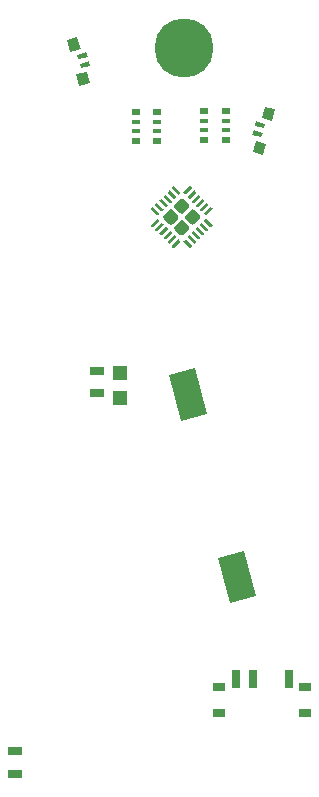
<source format=gbp>
G04 #@! TF.GenerationSoftware,KiCad,Pcbnew,5.1.4-e60b266~84~ubuntu19.04.1*
G04 #@! TF.CreationDate,2019-08-17T12:08:49-07:00*
G04 #@! TF.ProjectId,trevor2,74726576-6f72-4322-9e6b-696361645f70,rev?*
G04 #@! TF.SameCoordinates,Original*
G04 #@! TF.FileFunction,Paste,Bot*
G04 #@! TF.FilePolarity,Positive*
%FSLAX46Y46*%
G04 Gerber Fmt 4.6, Leading zero omitted, Abs format (unit mm)*
G04 Created by KiCad (PCBNEW 5.1.4-e60b266~84~ubuntu19.04.1) date 2019-08-17 12:08:49*
%MOMM*%
%LPD*%
G04 APERTURE LIST*
%ADD10R,0.800000X0.500000*%
%ADD11R,0.800000X0.400000*%
%ADD12R,1.300000X0.700000*%
%ADD13C,0.400000*%
%ADD14C,0.100000*%
%ADD15C,0.900000*%
%ADD16R,1.200000X1.200000*%
%ADD17C,2.300000*%
%ADD18C,5.000000*%
%ADD19R,1.000000X0.800000*%
%ADD20R,0.700000X1.500000*%
%ADD21C,0.250000*%
%ADD22C,1.050000*%
G04 APERTURE END LIST*
D10*
X144750000Y-85000000D03*
D11*
X144750000Y-84200000D03*
D10*
X144750000Y-82600000D03*
D11*
X144750000Y-83400000D03*
D10*
X146550000Y-85000000D03*
D11*
X146550000Y-83400000D03*
X146550000Y-84200000D03*
D10*
X146550000Y-82600000D03*
X152350000Y-82500000D03*
D11*
X152350000Y-83300000D03*
D10*
X152350000Y-84900000D03*
D11*
X152350000Y-84100000D03*
D10*
X150550000Y-82500000D03*
D11*
X150550000Y-84100000D03*
X150550000Y-83300000D03*
D10*
X150550000Y-84900000D03*
D12*
X141500000Y-106349999D03*
X141500000Y-104450001D03*
D13*
X140438194Y-78569902D03*
D14*
G36*
X140000060Y-78480244D02*
G01*
X140772801Y-78273189D01*
X140876328Y-78659560D01*
X140103587Y-78866615D01*
X140000060Y-78480244D01*
X140000060Y-78480244D01*
G37*
D13*
X140231139Y-77797161D03*
D14*
G36*
X139793005Y-77707503D02*
G01*
X140565746Y-77500448D01*
X140669273Y-77886819D01*
X139896532Y-78093874D01*
X139793005Y-77707503D01*
X139793005Y-77707503D01*
G37*
D15*
X140288229Y-79748889D03*
D14*
G36*
X139724153Y-79382395D02*
G01*
X140593486Y-79149458D01*
X140852305Y-80115383D01*
X139982972Y-80348320D01*
X139724153Y-79382395D01*
X139724153Y-79382395D01*
G37*
D15*
X139511771Y-76851111D03*
D14*
G36*
X138947695Y-76484617D02*
G01*
X139817028Y-76251680D01*
X140075847Y-77217605D01*
X139206514Y-77450542D01*
X138947695Y-76484617D01*
X138947695Y-76484617D01*
G37*
D13*
X155268861Y-83647161D03*
D14*
G36*
X155603468Y-83943874D02*
G01*
X154830727Y-83736819D01*
X154934254Y-83350448D01*
X155706995Y-83557503D01*
X155603468Y-83943874D01*
X155603468Y-83943874D01*
G37*
D13*
X155061806Y-84419902D03*
D14*
G36*
X155396413Y-84716615D02*
G01*
X154623672Y-84509560D01*
X154727199Y-84123189D01*
X155499940Y-84330244D01*
X155396413Y-84716615D01*
X155396413Y-84716615D01*
G37*
D15*
X155988229Y-82701111D03*
D14*
G36*
X156293486Y-83300542D02*
G01*
X155424153Y-83067605D01*
X155682972Y-82101680D01*
X156552305Y-82334617D01*
X156293486Y-83300542D01*
X156293486Y-83300542D01*
G37*
D15*
X155211771Y-85598889D03*
D14*
G36*
X155517028Y-86198320D02*
G01*
X154647695Y-85965383D01*
X154906514Y-84999458D01*
X155775847Y-85232395D01*
X155517028Y-86198320D01*
X155517028Y-86198320D01*
G37*
D16*
X143450000Y-104700000D03*
X143450000Y-106800000D03*
D17*
X153320552Y-121927407D03*
D14*
G36*
X151692099Y-120293197D02*
G01*
X153913729Y-119697913D01*
X154949005Y-123561617D01*
X152727375Y-124156901D01*
X151692099Y-120293197D01*
X151692099Y-120293197D01*
G37*
D17*
X149179448Y-106472593D03*
D14*
G36*
X147550995Y-104838383D02*
G01*
X149772625Y-104243099D01*
X150807901Y-108106803D01*
X148586271Y-108702087D01*
X147550995Y-104838383D01*
X147550995Y-104838383D01*
G37*
D18*
X148850000Y-77150000D03*
D19*
X159100000Y-131225000D03*
X151800000Y-131225000D03*
X151800000Y-133425000D03*
X159100000Y-133425000D03*
D20*
X153200000Y-130575000D03*
X154700000Y-130575000D03*
X157700000Y-130575000D03*
D12*
X134550000Y-136700001D03*
X134550000Y-138599999D03*
D14*
G36*
X151113322Y-90609983D02*
G01*
X151119389Y-90610883D01*
X151125339Y-90612373D01*
X151131114Y-90614440D01*
X151136658Y-90617062D01*
X151141919Y-90620215D01*
X151146846Y-90623869D01*
X151151390Y-90627988D01*
X151239779Y-90716377D01*
X151243898Y-90720921D01*
X151247552Y-90725848D01*
X151250705Y-90731109D01*
X151253327Y-90736653D01*
X151255394Y-90742428D01*
X151256884Y-90748378D01*
X151257784Y-90754445D01*
X151258085Y-90760571D01*
X151257784Y-90766697D01*
X151256884Y-90772764D01*
X151255394Y-90778714D01*
X151253327Y-90784489D01*
X151250705Y-90790033D01*
X151247552Y-90795294D01*
X151243898Y-90800221D01*
X151239779Y-90804765D01*
X150744804Y-91299740D01*
X150740260Y-91303859D01*
X150735333Y-91307513D01*
X150730072Y-91310666D01*
X150724528Y-91313288D01*
X150718753Y-91315355D01*
X150712803Y-91316845D01*
X150706736Y-91317745D01*
X150700610Y-91318046D01*
X150694484Y-91317745D01*
X150688417Y-91316845D01*
X150682467Y-91315355D01*
X150676692Y-91313288D01*
X150671148Y-91310666D01*
X150665887Y-91307513D01*
X150660960Y-91303859D01*
X150656416Y-91299740D01*
X150568027Y-91211351D01*
X150563908Y-91206807D01*
X150560254Y-91201880D01*
X150557101Y-91196619D01*
X150554479Y-91191075D01*
X150552412Y-91185300D01*
X150550922Y-91179350D01*
X150550022Y-91173283D01*
X150549721Y-91167157D01*
X150550022Y-91161031D01*
X150550922Y-91154964D01*
X150552412Y-91149014D01*
X150554479Y-91143239D01*
X150557101Y-91137695D01*
X150560254Y-91132434D01*
X150563908Y-91127507D01*
X150568027Y-91122963D01*
X151063002Y-90627988D01*
X151067546Y-90623869D01*
X151072473Y-90620215D01*
X151077734Y-90617062D01*
X151083278Y-90614440D01*
X151089053Y-90612373D01*
X151095003Y-90610883D01*
X151101070Y-90609983D01*
X151107196Y-90609682D01*
X151113322Y-90609983D01*
X151113322Y-90609983D01*
G37*
D21*
X150903903Y-90963864D03*
D14*
G36*
X150759768Y-90256430D02*
G01*
X150765835Y-90257330D01*
X150771785Y-90258820D01*
X150777560Y-90260887D01*
X150783104Y-90263509D01*
X150788365Y-90266662D01*
X150793292Y-90270316D01*
X150797836Y-90274435D01*
X150886225Y-90362824D01*
X150890344Y-90367368D01*
X150893998Y-90372295D01*
X150897151Y-90377556D01*
X150899773Y-90383100D01*
X150901840Y-90388875D01*
X150903330Y-90394825D01*
X150904230Y-90400892D01*
X150904531Y-90407018D01*
X150904230Y-90413144D01*
X150903330Y-90419211D01*
X150901840Y-90425161D01*
X150899773Y-90430936D01*
X150897151Y-90436480D01*
X150893998Y-90441741D01*
X150890344Y-90446668D01*
X150886225Y-90451212D01*
X150391250Y-90946187D01*
X150386706Y-90950306D01*
X150381779Y-90953960D01*
X150376518Y-90957113D01*
X150370974Y-90959735D01*
X150365199Y-90961802D01*
X150359249Y-90963292D01*
X150353182Y-90964192D01*
X150347056Y-90964493D01*
X150340930Y-90964192D01*
X150334863Y-90963292D01*
X150328913Y-90961802D01*
X150323138Y-90959735D01*
X150317594Y-90957113D01*
X150312333Y-90953960D01*
X150307406Y-90950306D01*
X150302862Y-90946187D01*
X150214473Y-90857798D01*
X150210354Y-90853254D01*
X150206700Y-90848327D01*
X150203547Y-90843066D01*
X150200925Y-90837522D01*
X150198858Y-90831747D01*
X150197368Y-90825797D01*
X150196468Y-90819730D01*
X150196167Y-90813604D01*
X150196468Y-90807478D01*
X150197368Y-90801411D01*
X150198858Y-90795461D01*
X150200925Y-90789686D01*
X150203547Y-90784142D01*
X150206700Y-90778881D01*
X150210354Y-90773954D01*
X150214473Y-90769410D01*
X150709448Y-90274435D01*
X150713992Y-90270316D01*
X150718919Y-90266662D01*
X150724180Y-90263509D01*
X150729724Y-90260887D01*
X150735499Y-90258820D01*
X150741449Y-90257330D01*
X150747516Y-90256430D01*
X150753642Y-90256129D01*
X150759768Y-90256430D01*
X150759768Y-90256430D01*
G37*
D21*
X150550349Y-90610311D03*
D14*
G36*
X150406215Y-89902876D02*
G01*
X150412282Y-89903776D01*
X150418232Y-89905266D01*
X150424007Y-89907333D01*
X150429551Y-89909955D01*
X150434812Y-89913108D01*
X150439739Y-89916762D01*
X150444283Y-89920881D01*
X150532672Y-90009270D01*
X150536791Y-90013814D01*
X150540445Y-90018741D01*
X150543598Y-90024002D01*
X150546220Y-90029546D01*
X150548287Y-90035321D01*
X150549777Y-90041271D01*
X150550677Y-90047338D01*
X150550978Y-90053464D01*
X150550677Y-90059590D01*
X150549777Y-90065657D01*
X150548287Y-90071607D01*
X150546220Y-90077382D01*
X150543598Y-90082926D01*
X150540445Y-90088187D01*
X150536791Y-90093114D01*
X150532672Y-90097658D01*
X150037697Y-90592633D01*
X150033153Y-90596752D01*
X150028226Y-90600406D01*
X150022965Y-90603559D01*
X150017421Y-90606181D01*
X150011646Y-90608248D01*
X150005696Y-90609738D01*
X149999629Y-90610638D01*
X149993503Y-90610939D01*
X149987377Y-90610638D01*
X149981310Y-90609738D01*
X149975360Y-90608248D01*
X149969585Y-90606181D01*
X149964041Y-90603559D01*
X149958780Y-90600406D01*
X149953853Y-90596752D01*
X149949309Y-90592633D01*
X149860920Y-90504244D01*
X149856801Y-90499700D01*
X149853147Y-90494773D01*
X149849994Y-90489512D01*
X149847372Y-90483968D01*
X149845305Y-90478193D01*
X149843815Y-90472243D01*
X149842915Y-90466176D01*
X149842614Y-90460050D01*
X149842915Y-90453924D01*
X149843815Y-90447857D01*
X149845305Y-90441907D01*
X149847372Y-90436132D01*
X149849994Y-90430588D01*
X149853147Y-90425327D01*
X149856801Y-90420400D01*
X149860920Y-90415856D01*
X150355895Y-89920881D01*
X150360439Y-89916762D01*
X150365366Y-89913108D01*
X150370627Y-89909955D01*
X150376171Y-89907333D01*
X150381946Y-89905266D01*
X150387896Y-89903776D01*
X150393963Y-89902876D01*
X150400089Y-89902575D01*
X150406215Y-89902876D01*
X150406215Y-89902876D01*
G37*
D21*
X150196796Y-90256757D03*
D14*
G36*
X150052662Y-89549323D02*
G01*
X150058729Y-89550223D01*
X150064679Y-89551713D01*
X150070454Y-89553780D01*
X150075998Y-89556402D01*
X150081259Y-89559555D01*
X150086186Y-89563209D01*
X150090730Y-89567328D01*
X150179119Y-89655717D01*
X150183238Y-89660261D01*
X150186892Y-89665188D01*
X150190045Y-89670449D01*
X150192667Y-89675993D01*
X150194734Y-89681768D01*
X150196224Y-89687718D01*
X150197124Y-89693785D01*
X150197425Y-89699911D01*
X150197124Y-89706037D01*
X150196224Y-89712104D01*
X150194734Y-89718054D01*
X150192667Y-89723829D01*
X150190045Y-89729373D01*
X150186892Y-89734634D01*
X150183238Y-89739561D01*
X150179119Y-89744105D01*
X149684144Y-90239080D01*
X149679600Y-90243199D01*
X149674673Y-90246853D01*
X149669412Y-90250006D01*
X149663868Y-90252628D01*
X149658093Y-90254695D01*
X149652143Y-90256185D01*
X149646076Y-90257085D01*
X149639950Y-90257386D01*
X149633824Y-90257085D01*
X149627757Y-90256185D01*
X149621807Y-90254695D01*
X149616032Y-90252628D01*
X149610488Y-90250006D01*
X149605227Y-90246853D01*
X149600300Y-90243199D01*
X149595756Y-90239080D01*
X149507367Y-90150691D01*
X149503248Y-90146147D01*
X149499594Y-90141220D01*
X149496441Y-90135959D01*
X149493819Y-90130415D01*
X149491752Y-90124640D01*
X149490262Y-90118690D01*
X149489362Y-90112623D01*
X149489061Y-90106497D01*
X149489362Y-90100371D01*
X149490262Y-90094304D01*
X149491752Y-90088354D01*
X149493819Y-90082579D01*
X149496441Y-90077035D01*
X149499594Y-90071774D01*
X149503248Y-90066847D01*
X149507367Y-90062303D01*
X150002342Y-89567328D01*
X150006886Y-89563209D01*
X150011813Y-89559555D01*
X150017074Y-89556402D01*
X150022618Y-89553780D01*
X150028393Y-89551713D01*
X150034343Y-89550223D01*
X150040410Y-89549323D01*
X150046536Y-89549022D01*
X150052662Y-89549323D01*
X150052662Y-89549323D01*
G37*
D21*
X149843243Y-89903204D03*
D14*
G36*
X149699108Y-89195770D02*
G01*
X149705175Y-89196670D01*
X149711125Y-89198160D01*
X149716900Y-89200227D01*
X149722444Y-89202849D01*
X149727705Y-89206002D01*
X149732632Y-89209656D01*
X149737176Y-89213775D01*
X149825565Y-89302164D01*
X149829684Y-89306708D01*
X149833338Y-89311635D01*
X149836491Y-89316896D01*
X149839113Y-89322440D01*
X149841180Y-89328215D01*
X149842670Y-89334165D01*
X149843570Y-89340232D01*
X149843871Y-89346358D01*
X149843570Y-89352484D01*
X149842670Y-89358551D01*
X149841180Y-89364501D01*
X149839113Y-89370276D01*
X149836491Y-89375820D01*
X149833338Y-89381081D01*
X149829684Y-89386008D01*
X149825565Y-89390552D01*
X149330590Y-89885527D01*
X149326046Y-89889646D01*
X149321119Y-89893300D01*
X149315858Y-89896453D01*
X149310314Y-89899075D01*
X149304539Y-89901142D01*
X149298589Y-89902632D01*
X149292522Y-89903532D01*
X149286396Y-89903833D01*
X149280270Y-89903532D01*
X149274203Y-89902632D01*
X149268253Y-89901142D01*
X149262478Y-89899075D01*
X149256934Y-89896453D01*
X149251673Y-89893300D01*
X149246746Y-89889646D01*
X149242202Y-89885527D01*
X149153813Y-89797138D01*
X149149694Y-89792594D01*
X149146040Y-89787667D01*
X149142887Y-89782406D01*
X149140265Y-89776862D01*
X149138198Y-89771087D01*
X149136708Y-89765137D01*
X149135808Y-89759070D01*
X149135507Y-89752944D01*
X149135808Y-89746818D01*
X149136708Y-89740751D01*
X149138198Y-89734801D01*
X149140265Y-89729026D01*
X149142887Y-89723482D01*
X149146040Y-89718221D01*
X149149694Y-89713294D01*
X149153813Y-89708750D01*
X149648788Y-89213775D01*
X149653332Y-89209656D01*
X149658259Y-89206002D01*
X149663520Y-89202849D01*
X149669064Y-89200227D01*
X149674839Y-89198160D01*
X149680789Y-89196670D01*
X149686856Y-89195770D01*
X149692982Y-89195469D01*
X149699108Y-89195770D01*
X149699108Y-89195770D01*
G37*
D21*
X149489689Y-89549651D03*
D14*
G36*
X149345555Y-88842216D02*
G01*
X149351622Y-88843116D01*
X149357572Y-88844606D01*
X149363347Y-88846673D01*
X149368891Y-88849295D01*
X149374152Y-88852448D01*
X149379079Y-88856102D01*
X149383623Y-88860221D01*
X149472012Y-88948610D01*
X149476131Y-88953154D01*
X149479785Y-88958081D01*
X149482938Y-88963342D01*
X149485560Y-88968886D01*
X149487627Y-88974661D01*
X149489117Y-88980611D01*
X149490017Y-88986678D01*
X149490318Y-88992804D01*
X149490017Y-88998930D01*
X149489117Y-89004997D01*
X149487627Y-89010947D01*
X149485560Y-89016722D01*
X149482938Y-89022266D01*
X149479785Y-89027527D01*
X149476131Y-89032454D01*
X149472012Y-89036998D01*
X148977037Y-89531973D01*
X148972493Y-89536092D01*
X148967566Y-89539746D01*
X148962305Y-89542899D01*
X148956761Y-89545521D01*
X148950986Y-89547588D01*
X148945036Y-89549078D01*
X148938969Y-89549978D01*
X148932843Y-89550279D01*
X148926717Y-89549978D01*
X148920650Y-89549078D01*
X148914700Y-89547588D01*
X148908925Y-89545521D01*
X148903381Y-89542899D01*
X148898120Y-89539746D01*
X148893193Y-89536092D01*
X148888649Y-89531973D01*
X148800260Y-89443584D01*
X148796141Y-89439040D01*
X148792487Y-89434113D01*
X148789334Y-89428852D01*
X148786712Y-89423308D01*
X148784645Y-89417533D01*
X148783155Y-89411583D01*
X148782255Y-89405516D01*
X148781954Y-89399390D01*
X148782255Y-89393264D01*
X148783155Y-89387197D01*
X148784645Y-89381247D01*
X148786712Y-89375472D01*
X148789334Y-89369928D01*
X148792487Y-89364667D01*
X148796141Y-89359740D01*
X148800260Y-89355196D01*
X149295235Y-88860221D01*
X149299779Y-88856102D01*
X149304706Y-88852448D01*
X149309967Y-88849295D01*
X149315511Y-88846673D01*
X149321286Y-88844606D01*
X149327236Y-88843116D01*
X149333303Y-88842216D01*
X149339429Y-88841915D01*
X149345555Y-88842216D01*
X149345555Y-88842216D01*
G37*
D21*
X149136136Y-89196097D03*
D14*
G36*
X147966697Y-88842216D02*
G01*
X147972764Y-88843116D01*
X147978714Y-88844606D01*
X147984489Y-88846673D01*
X147990033Y-88849295D01*
X147995294Y-88852448D01*
X148000221Y-88856102D01*
X148004765Y-88860221D01*
X148499740Y-89355196D01*
X148503859Y-89359740D01*
X148507513Y-89364667D01*
X148510666Y-89369928D01*
X148513288Y-89375472D01*
X148515355Y-89381247D01*
X148516845Y-89387197D01*
X148517745Y-89393264D01*
X148518046Y-89399390D01*
X148517745Y-89405516D01*
X148516845Y-89411583D01*
X148515355Y-89417533D01*
X148513288Y-89423308D01*
X148510666Y-89428852D01*
X148507513Y-89434113D01*
X148503859Y-89439040D01*
X148499740Y-89443584D01*
X148411351Y-89531973D01*
X148406807Y-89536092D01*
X148401880Y-89539746D01*
X148396619Y-89542899D01*
X148391075Y-89545521D01*
X148385300Y-89547588D01*
X148379350Y-89549078D01*
X148373283Y-89549978D01*
X148367157Y-89550279D01*
X148361031Y-89549978D01*
X148354964Y-89549078D01*
X148349014Y-89547588D01*
X148343239Y-89545521D01*
X148337695Y-89542899D01*
X148332434Y-89539746D01*
X148327507Y-89536092D01*
X148322963Y-89531973D01*
X147827988Y-89036998D01*
X147823869Y-89032454D01*
X147820215Y-89027527D01*
X147817062Y-89022266D01*
X147814440Y-89016722D01*
X147812373Y-89010947D01*
X147810883Y-89004997D01*
X147809983Y-88998930D01*
X147809682Y-88992804D01*
X147809983Y-88986678D01*
X147810883Y-88980611D01*
X147812373Y-88974661D01*
X147814440Y-88968886D01*
X147817062Y-88963342D01*
X147820215Y-88958081D01*
X147823869Y-88953154D01*
X147827988Y-88948610D01*
X147916377Y-88860221D01*
X147920921Y-88856102D01*
X147925848Y-88852448D01*
X147931109Y-88849295D01*
X147936653Y-88846673D01*
X147942428Y-88844606D01*
X147948378Y-88843116D01*
X147954445Y-88842216D01*
X147960571Y-88841915D01*
X147966697Y-88842216D01*
X147966697Y-88842216D01*
G37*
D21*
X148163864Y-89196097D03*
D14*
G36*
X147613144Y-89195770D02*
G01*
X147619211Y-89196670D01*
X147625161Y-89198160D01*
X147630936Y-89200227D01*
X147636480Y-89202849D01*
X147641741Y-89206002D01*
X147646668Y-89209656D01*
X147651212Y-89213775D01*
X148146187Y-89708750D01*
X148150306Y-89713294D01*
X148153960Y-89718221D01*
X148157113Y-89723482D01*
X148159735Y-89729026D01*
X148161802Y-89734801D01*
X148163292Y-89740751D01*
X148164192Y-89746818D01*
X148164493Y-89752944D01*
X148164192Y-89759070D01*
X148163292Y-89765137D01*
X148161802Y-89771087D01*
X148159735Y-89776862D01*
X148157113Y-89782406D01*
X148153960Y-89787667D01*
X148150306Y-89792594D01*
X148146187Y-89797138D01*
X148057798Y-89885527D01*
X148053254Y-89889646D01*
X148048327Y-89893300D01*
X148043066Y-89896453D01*
X148037522Y-89899075D01*
X148031747Y-89901142D01*
X148025797Y-89902632D01*
X148019730Y-89903532D01*
X148013604Y-89903833D01*
X148007478Y-89903532D01*
X148001411Y-89902632D01*
X147995461Y-89901142D01*
X147989686Y-89899075D01*
X147984142Y-89896453D01*
X147978881Y-89893300D01*
X147973954Y-89889646D01*
X147969410Y-89885527D01*
X147474435Y-89390552D01*
X147470316Y-89386008D01*
X147466662Y-89381081D01*
X147463509Y-89375820D01*
X147460887Y-89370276D01*
X147458820Y-89364501D01*
X147457330Y-89358551D01*
X147456430Y-89352484D01*
X147456129Y-89346358D01*
X147456430Y-89340232D01*
X147457330Y-89334165D01*
X147458820Y-89328215D01*
X147460887Y-89322440D01*
X147463509Y-89316896D01*
X147466662Y-89311635D01*
X147470316Y-89306708D01*
X147474435Y-89302164D01*
X147562824Y-89213775D01*
X147567368Y-89209656D01*
X147572295Y-89206002D01*
X147577556Y-89202849D01*
X147583100Y-89200227D01*
X147588875Y-89198160D01*
X147594825Y-89196670D01*
X147600892Y-89195770D01*
X147607018Y-89195469D01*
X147613144Y-89195770D01*
X147613144Y-89195770D01*
G37*
D21*
X147810311Y-89549651D03*
D14*
G36*
X147259590Y-89549323D02*
G01*
X147265657Y-89550223D01*
X147271607Y-89551713D01*
X147277382Y-89553780D01*
X147282926Y-89556402D01*
X147288187Y-89559555D01*
X147293114Y-89563209D01*
X147297658Y-89567328D01*
X147792633Y-90062303D01*
X147796752Y-90066847D01*
X147800406Y-90071774D01*
X147803559Y-90077035D01*
X147806181Y-90082579D01*
X147808248Y-90088354D01*
X147809738Y-90094304D01*
X147810638Y-90100371D01*
X147810939Y-90106497D01*
X147810638Y-90112623D01*
X147809738Y-90118690D01*
X147808248Y-90124640D01*
X147806181Y-90130415D01*
X147803559Y-90135959D01*
X147800406Y-90141220D01*
X147796752Y-90146147D01*
X147792633Y-90150691D01*
X147704244Y-90239080D01*
X147699700Y-90243199D01*
X147694773Y-90246853D01*
X147689512Y-90250006D01*
X147683968Y-90252628D01*
X147678193Y-90254695D01*
X147672243Y-90256185D01*
X147666176Y-90257085D01*
X147660050Y-90257386D01*
X147653924Y-90257085D01*
X147647857Y-90256185D01*
X147641907Y-90254695D01*
X147636132Y-90252628D01*
X147630588Y-90250006D01*
X147625327Y-90246853D01*
X147620400Y-90243199D01*
X147615856Y-90239080D01*
X147120881Y-89744105D01*
X147116762Y-89739561D01*
X147113108Y-89734634D01*
X147109955Y-89729373D01*
X147107333Y-89723829D01*
X147105266Y-89718054D01*
X147103776Y-89712104D01*
X147102876Y-89706037D01*
X147102575Y-89699911D01*
X147102876Y-89693785D01*
X147103776Y-89687718D01*
X147105266Y-89681768D01*
X147107333Y-89675993D01*
X147109955Y-89670449D01*
X147113108Y-89665188D01*
X147116762Y-89660261D01*
X147120881Y-89655717D01*
X147209270Y-89567328D01*
X147213814Y-89563209D01*
X147218741Y-89559555D01*
X147224002Y-89556402D01*
X147229546Y-89553780D01*
X147235321Y-89551713D01*
X147241271Y-89550223D01*
X147247338Y-89549323D01*
X147253464Y-89549022D01*
X147259590Y-89549323D01*
X147259590Y-89549323D01*
G37*
D21*
X147456757Y-89903204D03*
D14*
G36*
X146906037Y-89902876D02*
G01*
X146912104Y-89903776D01*
X146918054Y-89905266D01*
X146923829Y-89907333D01*
X146929373Y-89909955D01*
X146934634Y-89913108D01*
X146939561Y-89916762D01*
X146944105Y-89920881D01*
X147439080Y-90415856D01*
X147443199Y-90420400D01*
X147446853Y-90425327D01*
X147450006Y-90430588D01*
X147452628Y-90436132D01*
X147454695Y-90441907D01*
X147456185Y-90447857D01*
X147457085Y-90453924D01*
X147457386Y-90460050D01*
X147457085Y-90466176D01*
X147456185Y-90472243D01*
X147454695Y-90478193D01*
X147452628Y-90483968D01*
X147450006Y-90489512D01*
X147446853Y-90494773D01*
X147443199Y-90499700D01*
X147439080Y-90504244D01*
X147350691Y-90592633D01*
X147346147Y-90596752D01*
X147341220Y-90600406D01*
X147335959Y-90603559D01*
X147330415Y-90606181D01*
X147324640Y-90608248D01*
X147318690Y-90609738D01*
X147312623Y-90610638D01*
X147306497Y-90610939D01*
X147300371Y-90610638D01*
X147294304Y-90609738D01*
X147288354Y-90608248D01*
X147282579Y-90606181D01*
X147277035Y-90603559D01*
X147271774Y-90600406D01*
X147266847Y-90596752D01*
X147262303Y-90592633D01*
X146767328Y-90097658D01*
X146763209Y-90093114D01*
X146759555Y-90088187D01*
X146756402Y-90082926D01*
X146753780Y-90077382D01*
X146751713Y-90071607D01*
X146750223Y-90065657D01*
X146749323Y-90059590D01*
X146749022Y-90053464D01*
X146749323Y-90047338D01*
X146750223Y-90041271D01*
X146751713Y-90035321D01*
X146753780Y-90029546D01*
X146756402Y-90024002D01*
X146759555Y-90018741D01*
X146763209Y-90013814D01*
X146767328Y-90009270D01*
X146855717Y-89920881D01*
X146860261Y-89916762D01*
X146865188Y-89913108D01*
X146870449Y-89909955D01*
X146875993Y-89907333D01*
X146881768Y-89905266D01*
X146887718Y-89903776D01*
X146893785Y-89902876D01*
X146899911Y-89902575D01*
X146906037Y-89902876D01*
X146906037Y-89902876D01*
G37*
D21*
X147103204Y-90256757D03*
D14*
G36*
X146552484Y-90256430D02*
G01*
X146558551Y-90257330D01*
X146564501Y-90258820D01*
X146570276Y-90260887D01*
X146575820Y-90263509D01*
X146581081Y-90266662D01*
X146586008Y-90270316D01*
X146590552Y-90274435D01*
X147085527Y-90769410D01*
X147089646Y-90773954D01*
X147093300Y-90778881D01*
X147096453Y-90784142D01*
X147099075Y-90789686D01*
X147101142Y-90795461D01*
X147102632Y-90801411D01*
X147103532Y-90807478D01*
X147103833Y-90813604D01*
X147103532Y-90819730D01*
X147102632Y-90825797D01*
X147101142Y-90831747D01*
X147099075Y-90837522D01*
X147096453Y-90843066D01*
X147093300Y-90848327D01*
X147089646Y-90853254D01*
X147085527Y-90857798D01*
X146997138Y-90946187D01*
X146992594Y-90950306D01*
X146987667Y-90953960D01*
X146982406Y-90957113D01*
X146976862Y-90959735D01*
X146971087Y-90961802D01*
X146965137Y-90963292D01*
X146959070Y-90964192D01*
X146952944Y-90964493D01*
X146946818Y-90964192D01*
X146940751Y-90963292D01*
X146934801Y-90961802D01*
X146929026Y-90959735D01*
X146923482Y-90957113D01*
X146918221Y-90953960D01*
X146913294Y-90950306D01*
X146908750Y-90946187D01*
X146413775Y-90451212D01*
X146409656Y-90446668D01*
X146406002Y-90441741D01*
X146402849Y-90436480D01*
X146400227Y-90430936D01*
X146398160Y-90425161D01*
X146396670Y-90419211D01*
X146395770Y-90413144D01*
X146395469Y-90407018D01*
X146395770Y-90400892D01*
X146396670Y-90394825D01*
X146398160Y-90388875D01*
X146400227Y-90383100D01*
X146402849Y-90377556D01*
X146406002Y-90372295D01*
X146409656Y-90367368D01*
X146413775Y-90362824D01*
X146502164Y-90274435D01*
X146506708Y-90270316D01*
X146511635Y-90266662D01*
X146516896Y-90263509D01*
X146522440Y-90260887D01*
X146528215Y-90258820D01*
X146534165Y-90257330D01*
X146540232Y-90256430D01*
X146546358Y-90256129D01*
X146552484Y-90256430D01*
X146552484Y-90256430D01*
G37*
D21*
X146749651Y-90610311D03*
D14*
G36*
X146198930Y-90609983D02*
G01*
X146204997Y-90610883D01*
X146210947Y-90612373D01*
X146216722Y-90614440D01*
X146222266Y-90617062D01*
X146227527Y-90620215D01*
X146232454Y-90623869D01*
X146236998Y-90627988D01*
X146731973Y-91122963D01*
X146736092Y-91127507D01*
X146739746Y-91132434D01*
X146742899Y-91137695D01*
X146745521Y-91143239D01*
X146747588Y-91149014D01*
X146749078Y-91154964D01*
X146749978Y-91161031D01*
X146750279Y-91167157D01*
X146749978Y-91173283D01*
X146749078Y-91179350D01*
X146747588Y-91185300D01*
X146745521Y-91191075D01*
X146742899Y-91196619D01*
X146739746Y-91201880D01*
X146736092Y-91206807D01*
X146731973Y-91211351D01*
X146643584Y-91299740D01*
X146639040Y-91303859D01*
X146634113Y-91307513D01*
X146628852Y-91310666D01*
X146623308Y-91313288D01*
X146617533Y-91315355D01*
X146611583Y-91316845D01*
X146605516Y-91317745D01*
X146599390Y-91318046D01*
X146593264Y-91317745D01*
X146587197Y-91316845D01*
X146581247Y-91315355D01*
X146575472Y-91313288D01*
X146569928Y-91310666D01*
X146564667Y-91307513D01*
X146559740Y-91303859D01*
X146555196Y-91299740D01*
X146060221Y-90804765D01*
X146056102Y-90800221D01*
X146052448Y-90795294D01*
X146049295Y-90790033D01*
X146046673Y-90784489D01*
X146044606Y-90778714D01*
X146043116Y-90772764D01*
X146042216Y-90766697D01*
X146041915Y-90760571D01*
X146042216Y-90754445D01*
X146043116Y-90748378D01*
X146044606Y-90742428D01*
X146046673Y-90736653D01*
X146049295Y-90731109D01*
X146052448Y-90725848D01*
X146056102Y-90720921D01*
X146060221Y-90716377D01*
X146148610Y-90627988D01*
X146153154Y-90623869D01*
X146158081Y-90620215D01*
X146163342Y-90617062D01*
X146168886Y-90614440D01*
X146174661Y-90612373D01*
X146180611Y-90610883D01*
X146186678Y-90609983D01*
X146192804Y-90609682D01*
X146198930Y-90609983D01*
X146198930Y-90609983D01*
G37*
D21*
X146396097Y-90963864D03*
D14*
G36*
X146605516Y-91582255D02*
G01*
X146611583Y-91583155D01*
X146617533Y-91584645D01*
X146623308Y-91586712D01*
X146628852Y-91589334D01*
X146634113Y-91592487D01*
X146639040Y-91596141D01*
X146643584Y-91600260D01*
X146731973Y-91688649D01*
X146736092Y-91693193D01*
X146739746Y-91698120D01*
X146742899Y-91703381D01*
X146745521Y-91708925D01*
X146747588Y-91714700D01*
X146749078Y-91720650D01*
X146749978Y-91726717D01*
X146750279Y-91732843D01*
X146749978Y-91738969D01*
X146749078Y-91745036D01*
X146747588Y-91750986D01*
X146745521Y-91756761D01*
X146742899Y-91762305D01*
X146739746Y-91767566D01*
X146736092Y-91772493D01*
X146731973Y-91777037D01*
X146236998Y-92272012D01*
X146232454Y-92276131D01*
X146227527Y-92279785D01*
X146222266Y-92282938D01*
X146216722Y-92285560D01*
X146210947Y-92287627D01*
X146204997Y-92289117D01*
X146198930Y-92290017D01*
X146192804Y-92290318D01*
X146186678Y-92290017D01*
X146180611Y-92289117D01*
X146174661Y-92287627D01*
X146168886Y-92285560D01*
X146163342Y-92282938D01*
X146158081Y-92279785D01*
X146153154Y-92276131D01*
X146148610Y-92272012D01*
X146060221Y-92183623D01*
X146056102Y-92179079D01*
X146052448Y-92174152D01*
X146049295Y-92168891D01*
X146046673Y-92163347D01*
X146044606Y-92157572D01*
X146043116Y-92151622D01*
X146042216Y-92145555D01*
X146041915Y-92139429D01*
X146042216Y-92133303D01*
X146043116Y-92127236D01*
X146044606Y-92121286D01*
X146046673Y-92115511D01*
X146049295Y-92109967D01*
X146052448Y-92104706D01*
X146056102Y-92099779D01*
X146060221Y-92095235D01*
X146555196Y-91600260D01*
X146559740Y-91596141D01*
X146564667Y-91592487D01*
X146569928Y-91589334D01*
X146575472Y-91586712D01*
X146581247Y-91584645D01*
X146587197Y-91583155D01*
X146593264Y-91582255D01*
X146599390Y-91581954D01*
X146605516Y-91582255D01*
X146605516Y-91582255D01*
G37*
D21*
X146396097Y-91936136D03*
D14*
G36*
X146959070Y-91935808D02*
G01*
X146965137Y-91936708D01*
X146971087Y-91938198D01*
X146976862Y-91940265D01*
X146982406Y-91942887D01*
X146987667Y-91946040D01*
X146992594Y-91949694D01*
X146997138Y-91953813D01*
X147085527Y-92042202D01*
X147089646Y-92046746D01*
X147093300Y-92051673D01*
X147096453Y-92056934D01*
X147099075Y-92062478D01*
X147101142Y-92068253D01*
X147102632Y-92074203D01*
X147103532Y-92080270D01*
X147103833Y-92086396D01*
X147103532Y-92092522D01*
X147102632Y-92098589D01*
X147101142Y-92104539D01*
X147099075Y-92110314D01*
X147096453Y-92115858D01*
X147093300Y-92121119D01*
X147089646Y-92126046D01*
X147085527Y-92130590D01*
X146590552Y-92625565D01*
X146586008Y-92629684D01*
X146581081Y-92633338D01*
X146575820Y-92636491D01*
X146570276Y-92639113D01*
X146564501Y-92641180D01*
X146558551Y-92642670D01*
X146552484Y-92643570D01*
X146546358Y-92643871D01*
X146540232Y-92643570D01*
X146534165Y-92642670D01*
X146528215Y-92641180D01*
X146522440Y-92639113D01*
X146516896Y-92636491D01*
X146511635Y-92633338D01*
X146506708Y-92629684D01*
X146502164Y-92625565D01*
X146413775Y-92537176D01*
X146409656Y-92532632D01*
X146406002Y-92527705D01*
X146402849Y-92522444D01*
X146400227Y-92516900D01*
X146398160Y-92511125D01*
X146396670Y-92505175D01*
X146395770Y-92499108D01*
X146395469Y-92492982D01*
X146395770Y-92486856D01*
X146396670Y-92480789D01*
X146398160Y-92474839D01*
X146400227Y-92469064D01*
X146402849Y-92463520D01*
X146406002Y-92458259D01*
X146409656Y-92453332D01*
X146413775Y-92448788D01*
X146908750Y-91953813D01*
X146913294Y-91949694D01*
X146918221Y-91946040D01*
X146923482Y-91942887D01*
X146929026Y-91940265D01*
X146934801Y-91938198D01*
X146940751Y-91936708D01*
X146946818Y-91935808D01*
X146952944Y-91935507D01*
X146959070Y-91935808D01*
X146959070Y-91935808D01*
G37*
D21*
X146749651Y-92289689D03*
D14*
G36*
X147312623Y-92289362D02*
G01*
X147318690Y-92290262D01*
X147324640Y-92291752D01*
X147330415Y-92293819D01*
X147335959Y-92296441D01*
X147341220Y-92299594D01*
X147346147Y-92303248D01*
X147350691Y-92307367D01*
X147439080Y-92395756D01*
X147443199Y-92400300D01*
X147446853Y-92405227D01*
X147450006Y-92410488D01*
X147452628Y-92416032D01*
X147454695Y-92421807D01*
X147456185Y-92427757D01*
X147457085Y-92433824D01*
X147457386Y-92439950D01*
X147457085Y-92446076D01*
X147456185Y-92452143D01*
X147454695Y-92458093D01*
X147452628Y-92463868D01*
X147450006Y-92469412D01*
X147446853Y-92474673D01*
X147443199Y-92479600D01*
X147439080Y-92484144D01*
X146944105Y-92979119D01*
X146939561Y-92983238D01*
X146934634Y-92986892D01*
X146929373Y-92990045D01*
X146923829Y-92992667D01*
X146918054Y-92994734D01*
X146912104Y-92996224D01*
X146906037Y-92997124D01*
X146899911Y-92997425D01*
X146893785Y-92997124D01*
X146887718Y-92996224D01*
X146881768Y-92994734D01*
X146875993Y-92992667D01*
X146870449Y-92990045D01*
X146865188Y-92986892D01*
X146860261Y-92983238D01*
X146855717Y-92979119D01*
X146767328Y-92890730D01*
X146763209Y-92886186D01*
X146759555Y-92881259D01*
X146756402Y-92875998D01*
X146753780Y-92870454D01*
X146751713Y-92864679D01*
X146750223Y-92858729D01*
X146749323Y-92852662D01*
X146749022Y-92846536D01*
X146749323Y-92840410D01*
X146750223Y-92834343D01*
X146751713Y-92828393D01*
X146753780Y-92822618D01*
X146756402Y-92817074D01*
X146759555Y-92811813D01*
X146763209Y-92806886D01*
X146767328Y-92802342D01*
X147262303Y-92307367D01*
X147266847Y-92303248D01*
X147271774Y-92299594D01*
X147277035Y-92296441D01*
X147282579Y-92293819D01*
X147288354Y-92291752D01*
X147294304Y-92290262D01*
X147300371Y-92289362D01*
X147306497Y-92289061D01*
X147312623Y-92289362D01*
X147312623Y-92289362D01*
G37*
D21*
X147103204Y-92643243D03*
D14*
G36*
X147666176Y-92642915D02*
G01*
X147672243Y-92643815D01*
X147678193Y-92645305D01*
X147683968Y-92647372D01*
X147689512Y-92649994D01*
X147694773Y-92653147D01*
X147699700Y-92656801D01*
X147704244Y-92660920D01*
X147792633Y-92749309D01*
X147796752Y-92753853D01*
X147800406Y-92758780D01*
X147803559Y-92764041D01*
X147806181Y-92769585D01*
X147808248Y-92775360D01*
X147809738Y-92781310D01*
X147810638Y-92787377D01*
X147810939Y-92793503D01*
X147810638Y-92799629D01*
X147809738Y-92805696D01*
X147808248Y-92811646D01*
X147806181Y-92817421D01*
X147803559Y-92822965D01*
X147800406Y-92828226D01*
X147796752Y-92833153D01*
X147792633Y-92837697D01*
X147297658Y-93332672D01*
X147293114Y-93336791D01*
X147288187Y-93340445D01*
X147282926Y-93343598D01*
X147277382Y-93346220D01*
X147271607Y-93348287D01*
X147265657Y-93349777D01*
X147259590Y-93350677D01*
X147253464Y-93350978D01*
X147247338Y-93350677D01*
X147241271Y-93349777D01*
X147235321Y-93348287D01*
X147229546Y-93346220D01*
X147224002Y-93343598D01*
X147218741Y-93340445D01*
X147213814Y-93336791D01*
X147209270Y-93332672D01*
X147120881Y-93244283D01*
X147116762Y-93239739D01*
X147113108Y-93234812D01*
X147109955Y-93229551D01*
X147107333Y-93224007D01*
X147105266Y-93218232D01*
X147103776Y-93212282D01*
X147102876Y-93206215D01*
X147102575Y-93200089D01*
X147102876Y-93193963D01*
X147103776Y-93187896D01*
X147105266Y-93181946D01*
X147107333Y-93176171D01*
X147109955Y-93170627D01*
X147113108Y-93165366D01*
X147116762Y-93160439D01*
X147120881Y-93155895D01*
X147615856Y-92660920D01*
X147620400Y-92656801D01*
X147625327Y-92653147D01*
X147630588Y-92649994D01*
X147636132Y-92647372D01*
X147641907Y-92645305D01*
X147647857Y-92643815D01*
X147653924Y-92642915D01*
X147660050Y-92642614D01*
X147666176Y-92642915D01*
X147666176Y-92642915D01*
G37*
D21*
X147456757Y-92996796D03*
D14*
G36*
X148019730Y-92996468D02*
G01*
X148025797Y-92997368D01*
X148031747Y-92998858D01*
X148037522Y-93000925D01*
X148043066Y-93003547D01*
X148048327Y-93006700D01*
X148053254Y-93010354D01*
X148057798Y-93014473D01*
X148146187Y-93102862D01*
X148150306Y-93107406D01*
X148153960Y-93112333D01*
X148157113Y-93117594D01*
X148159735Y-93123138D01*
X148161802Y-93128913D01*
X148163292Y-93134863D01*
X148164192Y-93140930D01*
X148164493Y-93147056D01*
X148164192Y-93153182D01*
X148163292Y-93159249D01*
X148161802Y-93165199D01*
X148159735Y-93170974D01*
X148157113Y-93176518D01*
X148153960Y-93181779D01*
X148150306Y-93186706D01*
X148146187Y-93191250D01*
X147651212Y-93686225D01*
X147646668Y-93690344D01*
X147641741Y-93693998D01*
X147636480Y-93697151D01*
X147630936Y-93699773D01*
X147625161Y-93701840D01*
X147619211Y-93703330D01*
X147613144Y-93704230D01*
X147607018Y-93704531D01*
X147600892Y-93704230D01*
X147594825Y-93703330D01*
X147588875Y-93701840D01*
X147583100Y-93699773D01*
X147577556Y-93697151D01*
X147572295Y-93693998D01*
X147567368Y-93690344D01*
X147562824Y-93686225D01*
X147474435Y-93597836D01*
X147470316Y-93593292D01*
X147466662Y-93588365D01*
X147463509Y-93583104D01*
X147460887Y-93577560D01*
X147458820Y-93571785D01*
X147457330Y-93565835D01*
X147456430Y-93559768D01*
X147456129Y-93553642D01*
X147456430Y-93547516D01*
X147457330Y-93541449D01*
X147458820Y-93535499D01*
X147460887Y-93529724D01*
X147463509Y-93524180D01*
X147466662Y-93518919D01*
X147470316Y-93513992D01*
X147474435Y-93509448D01*
X147969410Y-93014473D01*
X147973954Y-93010354D01*
X147978881Y-93006700D01*
X147984142Y-93003547D01*
X147989686Y-93000925D01*
X147995461Y-92998858D01*
X148001411Y-92997368D01*
X148007478Y-92996468D01*
X148013604Y-92996167D01*
X148019730Y-92996468D01*
X148019730Y-92996468D01*
G37*
D21*
X147810311Y-93350349D03*
D14*
G36*
X148373283Y-93350022D02*
G01*
X148379350Y-93350922D01*
X148385300Y-93352412D01*
X148391075Y-93354479D01*
X148396619Y-93357101D01*
X148401880Y-93360254D01*
X148406807Y-93363908D01*
X148411351Y-93368027D01*
X148499740Y-93456416D01*
X148503859Y-93460960D01*
X148507513Y-93465887D01*
X148510666Y-93471148D01*
X148513288Y-93476692D01*
X148515355Y-93482467D01*
X148516845Y-93488417D01*
X148517745Y-93494484D01*
X148518046Y-93500610D01*
X148517745Y-93506736D01*
X148516845Y-93512803D01*
X148515355Y-93518753D01*
X148513288Y-93524528D01*
X148510666Y-93530072D01*
X148507513Y-93535333D01*
X148503859Y-93540260D01*
X148499740Y-93544804D01*
X148004765Y-94039779D01*
X148000221Y-94043898D01*
X147995294Y-94047552D01*
X147990033Y-94050705D01*
X147984489Y-94053327D01*
X147978714Y-94055394D01*
X147972764Y-94056884D01*
X147966697Y-94057784D01*
X147960571Y-94058085D01*
X147954445Y-94057784D01*
X147948378Y-94056884D01*
X147942428Y-94055394D01*
X147936653Y-94053327D01*
X147931109Y-94050705D01*
X147925848Y-94047552D01*
X147920921Y-94043898D01*
X147916377Y-94039779D01*
X147827988Y-93951390D01*
X147823869Y-93946846D01*
X147820215Y-93941919D01*
X147817062Y-93936658D01*
X147814440Y-93931114D01*
X147812373Y-93925339D01*
X147810883Y-93919389D01*
X147809983Y-93913322D01*
X147809682Y-93907196D01*
X147809983Y-93901070D01*
X147810883Y-93895003D01*
X147812373Y-93889053D01*
X147814440Y-93883278D01*
X147817062Y-93877734D01*
X147820215Y-93872473D01*
X147823869Y-93867546D01*
X147827988Y-93863002D01*
X148322963Y-93368027D01*
X148327507Y-93363908D01*
X148332434Y-93360254D01*
X148337695Y-93357101D01*
X148343239Y-93354479D01*
X148349014Y-93352412D01*
X148354964Y-93350922D01*
X148361031Y-93350022D01*
X148367157Y-93349721D01*
X148373283Y-93350022D01*
X148373283Y-93350022D01*
G37*
D21*
X148163864Y-93703903D03*
D14*
G36*
X148938969Y-93350022D02*
G01*
X148945036Y-93350922D01*
X148950986Y-93352412D01*
X148956761Y-93354479D01*
X148962305Y-93357101D01*
X148967566Y-93360254D01*
X148972493Y-93363908D01*
X148977037Y-93368027D01*
X149472012Y-93863002D01*
X149476131Y-93867546D01*
X149479785Y-93872473D01*
X149482938Y-93877734D01*
X149485560Y-93883278D01*
X149487627Y-93889053D01*
X149489117Y-93895003D01*
X149490017Y-93901070D01*
X149490318Y-93907196D01*
X149490017Y-93913322D01*
X149489117Y-93919389D01*
X149487627Y-93925339D01*
X149485560Y-93931114D01*
X149482938Y-93936658D01*
X149479785Y-93941919D01*
X149476131Y-93946846D01*
X149472012Y-93951390D01*
X149383623Y-94039779D01*
X149379079Y-94043898D01*
X149374152Y-94047552D01*
X149368891Y-94050705D01*
X149363347Y-94053327D01*
X149357572Y-94055394D01*
X149351622Y-94056884D01*
X149345555Y-94057784D01*
X149339429Y-94058085D01*
X149333303Y-94057784D01*
X149327236Y-94056884D01*
X149321286Y-94055394D01*
X149315511Y-94053327D01*
X149309967Y-94050705D01*
X149304706Y-94047552D01*
X149299779Y-94043898D01*
X149295235Y-94039779D01*
X148800260Y-93544804D01*
X148796141Y-93540260D01*
X148792487Y-93535333D01*
X148789334Y-93530072D01*
X148786712Y-93524528D01*
X148784645Y-93518753D01*
X148783155Y-93512803D01*
X148782255Y-93506736D01*
X148781954Y-93500610D01*
X148782255Y-93494484D01*
X148783155Y-93488417D01*
X148784645Y-93482467D01*
X148786712Y-93476692D01*
X148789334Y-93471148D01*
X148792487Y-93465887D01*
X148796141Y-93460960D01*
X148800260Y-93456416D01*
X148888649Y-93368027D01*
X148893193Y-93363908D01*
X148898120Y-93360254D01*
X148903381Y-93357101D01*
X148908925Y-93354479D01*
X148914700Y-93352412D01*
X148920650Y-93350922D01*
X148926717Y-93350022D01*
X148932843Y-93349721D01*
X148938969Y-93350022D01*
X148938969Y-93350022D01*
G37*
D21*
X149136136Y-93703903D03*
D14*
G36*
X149292522Y-92996468D02*
G01*
X149298589Y-92997368D01*
X149304539Y-92998858D01*
X149310314Y-93000925D01*
X149315858Y-93003547D01*
X149321119Y-93006700D01*
X149326046Y-93010354D01*
X149330590Y-93014473D01*
X149825565Y-93509448D01*
X149829684Y-93513992D01*
X149833338Y-93518919D01*
X149836491Y-93524180D01*
X149839113Y-93529724D01*
X149841180Y-93535499D01*
X149842670Y-93541449D01*
X149843570Y-93547516D01*
X149843871Y-93553642D01*
X149843570Y-93559768D01*
X149842670Y-93565835D01*
X149841180Y-93571785D01*
X149839113Y-93577560D01*
X149836491Y-93583104D01*
X149833338Y-93588365D01*
X149829684Y-93593292D01*
X149825565Y-93597836D01*
X149737176Y-93686225D01*
X149732632Y-93690344D01*
X149727705Y-93693998D01*
X149722444Y-93697151D01*
X149716900Y-93699773D01*
X149711125Y-93701840D01*
X149705175Y-93703330D01*
X149699108Y-93704230D01*
X149692982Y-93704531D01*
X149686856Y-93704230D01*
X149680789Y-93703330D01*
X149674839Y-93701840D01*
X149669064Y-93699773D01*
X149663520Y-93697151D01*
X149658259Y-93693998D01*
X149653332Y-93690344D01*
X149648788Y-93686225D01*
X149153813Y-93191250D01*
X149149694Y-93186706D01*
X149146040Y-93181779D01*
X149142887Y-93176518D01*
X149140265Y-93170974D01*
X149138198Y-93165199D01*
X149136708Y-93159249D01*
X149135808Y-93153182D01*
X149135507Y-93147056D01*
X149135808Y-93140930D01*
X149136708Y-93134863D01*
X149138198Y-93128913D01*
X149140265Y-93123138D01*
X149142887Y-93117594D01*
X149146040Y-93112333D01*
X149149694Y-93107406D01*
X149153813Y-93102862D01*
X149242202Y-93014473D01*
X149246746Y-93010354D01*
X149251673Y-93006700D01*
X149256934Y-93003547D01*
X149262478Y-93000925D01*
X149268253Y-92998858D01*
X149274203Y-92997368D01*
X149280270Y-92996468D01*
X149286396Y-92996167D01*
X149292522Y-92996468D01*
X149292522Y-92996468D01*
G37*
D21*
X149489689Y-93350349D03*
D14*
G36*
X149646076Y-92642915D02*
G01*
X149652143Y-92643815D01*
X149658093Y-92645305D01*
X149663868Y-92647372D01*
X149669412Y-92649994D01*
X149674673Y-92653147D01*
X149679600Y-92656801D01*
X149684144Y-92660920D01*
X150179119Y-93155895D01*
X150183238Y-93160439D01*
X150186892Y-93165366D01*
X150190045Y-93170627D01*
X150192667Y-93176171D01*
X150194734Y-93181946D01*
X150196224Y-93187896D01*
X150197124Y-93193963D01*
X150197425Y-93200089D01*
X150197124Y-93206215D01*
X150196224Y-93212282D01*
X150194734Y-93218232D01*
X150192667Y-93224007D01*
X150190045Y-93229551D01*
X150186892Y-93234812D01*
X150183238Y-93239739D01*
X150179119Y-93244283D01*
X150090730Y-93332672D01*
X150086186Y-93336791D01*
X150081259Y-93340445D01*
X150075998Y-93343598D01*
X150070454Y-93346220D01*
X150064679Y-93348287D01*
X150058729Y-93349777D01*
X150052662Y-93350677D01*
X150046536Y-93350978D01*
X150040410Y-93350677D01*
X150034343Y-93349777D01*
X150028393Y-93348287D01*
X150022618Y-93346220D01*
X150017074Y-93343598D01*
X150011813Y-93340445D01*
X150006886Y-93336791D01*
X150002342Y-93332672D01*
X149507367Y-92837697D01*
X149503248Y-92833153D01*
X149499594Y-92828226D01*
X149496441Y-92822965D01*
X149493819Y-92817421D01*
X149491752Y-92811646D01*
X149490262Y-92805696D01*
X149489362Y-92799629D01*
X149489061Y-92793503D01*
X149489362Y-92787377D01*
X149490262Y-92781310D01*
X149491752Y-92775360D01*
X149493819Y-92769585D01*
X149496441Y-92764041D01*
X149499594Y-92758780D01*
X149503248Y-92753853D01*
X149507367Y-92749309D01*
X149595756Y-92660920D01*
X149600300Y-92656801D01*
X149605227Y-92653147D01*
X149610488Y-92649994D01*
X149616032Y-92647372D01*
X149621807Y-92645305D01*
X149627757Y-92643815D01*
X149633824Y-92642915D01*
X149639950Y-92642614D01*
X149646076Y-92642915D01*
X149646076Y-92642915D01*
G37*
D21*
X149843243Y-92996796D03*
D14*
G36*
X149999629Y-92289362D02*
G01*
X150005696Y-92290262D01*
X150011646Y-92291752D01*
X150017421Y-92293819D01*
X150022965Y-92296441D01*
X150028226Y-92299594D01*
X150033153Y-92303248D01*
X150037697Y-92307367D01*
X150532672Y-92802342D01*
X150536791Y-92806886D01*
X150540445Y-92811813D01*
X150543598Y-92817074D01*
X150546220Y-92822618D01*
X150548287Y-92828393D01*
X150549777Y-92834343D01*
X150550677Y-92840410D01*
X150550978Y-92846536D01*
X150550677Y-92852662D01*
X150549777Y-92858729D01*
X150548287Y-92864679D01*
X150546220Y-92870454D01*
X150543598Y-92875998D01*
X150540445Y-92881259D01*
X150536791Y-92886186D01*
X150532672Y-92890730D01*
X150444283Y-92979119D01*
X150439739Y-92983238D01*
X150434812Y-92986892D01*
X150429551Y-92990045D01*
X150424007Y-92992667D01*
X150418232Y-92994734D01*
X150412282Y-92996224D01*
X150406215Y-92997124D01*
X150400089Y-92997425D01*
X150393963Y-92997124D01*
X150387896Y-92996224D01*
X150381946Y-92994734D01*
X150376171Y-92992667D01*
X150370627Y-92990045D01*
X150365366Y-92986892D01*
X150360439Y-92983238D01*
X150355895Y-92979119D01*
X149860920Y-92484144D01*
X149856801Y-92479600D01*
X149853147Y-92474673D01*
X149849994Y-92469412D01*
X149847372Y-92463868D01*
X149845305Y-92458093D01*
X149843815Y-92452143D01*
X149842915Y-92446076D01*
X149842614Y-92439950D01*
X149842915Y-92433824D01*
X149843815Y-92427757D01*
X149845305Y-92421807D01*
X149847372Y-92416032D01*
X149849994Y-92410488D01*
X149853147Y-92405227D01*
X149856801Y-92400300D01*
X149860920Y-92395756D01*
X149949309Y-92307367D01*
X149953853Y-92303248D01*
X149958780Y-92299594D01*
X149964041Y-92296441D01*
X149969585Y-92293819D01*
X149975360Y-92291752D01*
X149981310Y-92290262D01*
X149987377Y-92289362D01*
X149993503Y-92289061D01*
X149999629Y-92289362D01*
X149999629Y-92289362D01*
G37*
D21*
X150196796Y-92643243D03*
D14*
G36*
X150353182Y-91935808D02*
G01*
X150359249Y-91936708D01*
X150365199Y-91938198D01*
X150370974Y-91940265D01*
X150376518Y-91942887D01*
X150381779Y-91946040D01*
X150386706Y-91949694D01*
X150391250Y-91953813D01*
X150886225Y-92448788D01*
X150890344Y-92453332D01*
X150893998Y-92458259D01*
X150897151Y-92463520D01*
X150899773Y-92469064D01*
X150901840Y-92474839D01*
X150903330Y-92480789D01*
X150904230Y-92486856D01*
X150904531Y-92492982D01*
X150904230Y-92499108D01*
X150903330Y-92505175D01*
X150901840Y-92511125D01*
X150899773Y-92516900D01*
X150897151Y-92522444D01*
X150893998Y-92527705D01*
X150890344Y-92532632D01*
X150886225Y-92537176D01*
X150797836Y-92625565D01*
X150793292Y-92629684D01*
X150788365Y-92633338D01*
X150783104Y-92636491D01*
X150777560Y-92639113D01*
X150771785Y-92641180D01*
X150765835Y-92642670D01*
X150759768Y-92643570D01*
X150753642Y-92643871D01*
X150747516Y-92643570D01*
X150741449Y-92642670D01*
X150735499Y-92641180D01*
X150729724Y-92639113D01*
X150724180Y-92636491D01*
X150718919Y-92633338D01*
X150713992Y-92629684D01*
X150709448Y-92625565D01*
X150214473Y-92130590D01*
X150210354Y-92126046D01*
X150206700Y-92121119D01*
X150203547Y-92115858D01*
X150200925Y-92110314D01*
X150198858Y-92104539D01*
X150197368Y-92098589D01*
X150196468Y-92092522D01*
X150196167Y-92086396D01*
X150196468Y-92080270D01*
X150197368Y-92074203D01*
X150198858Y-92068253D01*
X150200925Y-92062478D01*
X150203547Y-92056934D01*
X150206700Y-92051673D01*
X150210354Y-92046746D01*
X150214473Y-92042202D01*
X150302862Y-91953813D01*
X150307406Y-91949694D01*
X150312333Y-91946040D01*
X150317594Y-91942887D01*
X150323138Y-91940265D01*
X150328913Y-91938198D01*
X150334863Y-91936708D01*
X150340930Y-91935808D01*
X150347056Y-91935507D01*
X150353182Y-91935808D01*
X150353182Y-91935808D01*
G37*
D21*
X150550349Y-92289689D03*
D14*
G36*
X150706736Y-91582255D02*
G01*
X150712803Y-91583155D01*
X150718753Y-91584645D01*
X150724528Y-91586712D01*
X150730072Y-91589334D01*
X150735333Y-91592487D01*
X150740260Y-91596141D01*
X150744804Y-91600260D01*
X151239779Y-92095235D01*
X151243898Y-92099779D01*
X151247552Y-92104706D01*
X151250705Y-92109967D01*
X151253327Y-92115511D01*
X151255394Y-92121286D01*
X151256884Y-92127236D01*
X151257784Y-92133303D01*
X151258085Y-92139429D01*
X151257784Y-92145555D01*
X151256884Y-92151622D01*
X151255394Y-92157572D01*
X151253327Y-92163347D01*
X151250705Y-92168891D01*
X151247552Y-92174152D01*
X151243898Y-92179079D01*
X151239779Y-92183623D01*
X151151390Y-92272012D01*
X151146846Y-92276131D01*
X151141919Y-92279785D01*
X151136658Y-92282938D01*
X151131114Y-92285560D01*
X151125339Y-92287627D01*
X151119389Y-92289117D01*
X151113322Y-92290017D01*
X151107196Y-92290318D01*
X151101070Y-92290017D01*
X151095003Y-92289117D01*
X151089053Y-92287627D01*
X151083278Y-92285560D01*
X151077734Y-92282938D01*
X151072473Y-92279785D01*
X151067546Y-92276131D01*
X151063002Y-92272012D01*
X150568027Y-91777037D01*
X150563908Y-91772493D01*
X150560254Y-91767566D01*
X150557101Y-91762305D01*
X150554479Y-91756761D01*
X150552412Y-91750986D01*
X150550922Y-91745036D01*
X150550022Y-91738969D01*
X150549721Y-91732843D01*
X150550022Y-91726717D01*
X150550922Y-91720650D01*
X150552412Y-91714700D01*
X150554479Y-91708925D01*
X150557101Y-91703381D01*
X150560254Y-91698120D01*
X150563908Y-91693193D01*
X150568027Y-91688649D01*
X150656416Y-91600260D01*
X150660960Y-91596141D01*
X150665887Y-91592487D01*
X150671148Y-91589334D01*
X150676692Y-91586712D01*
X150682467Y-91584645D01*
X150688417Y-91583155D01*
X150694484Y-91582255D01*
X150700610Y-91581954D01*
X150706736Y-91582255D01*
X150706736Y-91582255D01*
G37*
D21*
X150903903Y-91936136D03*
D14*
G36*
X147755265Y-90812295D02*
G01*
X147779533Y-90815895D01*
X147803332Y-90821856D01*
X147826431Y-90830121D01*
X147848610Y-90840611D01*
X147869653Y-90853223D01*
X147889359Y-90867838D01*
X147907537Y-90884314D01*
X148296447Y-91273224D01*
X148312923Y-91291402D01*
X148327538Y-91311108D01*
X148340150Y-91332151D01*
X148350640Y-91354330D01*
X148358905Y-91377429D01*
X148364866Y-91401228D01*
X148368466Y-91425496D01*
X148369670Y-91450000D01*
X148368466Y-91474504D01*
X148364866Y-91498772D01*
X148358905Y-91522571D01*
X148350640Y-91545670D01*
X148340150Y-91567849D01*
X148327538Y-91588892D01*
X148312923Y-91608598D01*
X148296447Y-91626776D01*
X147907537Y-92015686D01*
X147889359Y-92032162D01*
X147869653Y-92046777D01*
X147848610Y-92059389D01*
X147826431Y-92069879D01*
X147803332Y-92078144D01*
X147779533Y-92084105D01*
X147755265Y-92087705D01*
X147730761Y-92088909D01*
X147706257Y-92087705D01*
X147681989Y-92084105D01*
X147658190Y-92078144D01*
X147635091Y-92069879D01*
X147612912Y-92059389D01*
X147591869Y-92046777D01*
X147572163Y-92032162D01*
X147553985Y-92015686D01*
X147165075Y-91626776D01*
X147148599Y-91608598D01*
X147133984Y-91588892D01*
X147121372Y-91567849D01*
X147110882Y-91545670D01*
X147102617Y-91522571D01*
X147096656Y-91498772D01*
X147093056Y-91474504D01*
X147091852Y-91450000D01*
X147093056Y-91425496D01*
X147096656Y-91401228D01*
X147102617Y-91377429D01*
X147110882Y-91354330D01*
X147121372Y-91332151D01*
X147133984Y-91311108D01*
X147148599Y-91291402D01*
X147165075Y-91273224D01*
X147553985Y-90884314D01*
X147572163Y-90867838D01*
X147591869Y-90853223D01*
X147612912Y-90840611D01*
X147635091Y-90830121D01*
X147658190Y-90821856D01*
X147681989Y-90815895D01*
X147706257Y-90812295D01*
X147730761Y-90811091D01*
X147755265Y-90812295D01*
X147755265Y-90812295D01*
G37*
D22*
X147730761Y-91450000D03*
D14*
G36*
X148674504Y-89893056D02*
G01*
X148698772Y-89896656D01*
X148722571Y-89902617D01*
X148745670Y-89910882D01*
X148767849Y-89921372D01*
X148788892Y-89933984D01*
X148808598Y-89948599D01*
X148826776Y-89965075D01*
X149215686Y-90353985D01*
X149232162Y-90372163D01*
X149246777Y-90391869D01*
X149259389Y-90412912D01*
X149269879Y-90435091D01*
X149278144Y-90458190D01*
X149284105Y-90481989D01*
X149287705Y-90506257D01*
X149288909Y-90530761D01*
X149287705Y-90555265D01*
X149284105Y-90579533D01*
X149278144Y-90603332D01*
X149269879Y-90626431D01*
X149259389Y-90648610D01*
X149246777Y-90669653D01*
X149232162Y-90689359D01*
X149215686Y-90707537D01*
X148826776Y-91096447D01*
X148808598Y-91112923D01*
X148788892Y-91127538D01*
X148767849Y-91140150D01*
X148745670Y-91150640D01*
X148722571Y-91158905D01*
X148698772Y-91164866D01*
X148674504Y-91168466D01*
X148650000Y-91169670D01*
X148625496Y-91168466D01*
X148601228Y-91164866D01*
X148577429Y-91158905D01*
X148554330Y-91150640D01*
X148532151Y-91140150D01*
X148511108Y-91127538D01*
X148491402Y-91112923D01*
X148473224Y-91096447D01*
X148084314Y-90707537D01*
X148067838Y-90689359D01*
X148053223Y-90669653D01*
X148040611Y-90648610D01*
X148030121Y-90626431D01*
X148021856Y-90603332D01*
X148015895Y-90579533D01*
X148012295Y-90555265D01*
X148011091Y-90530761D01*
X148012295Y-90506257D01*
X148015895Y-90481989D01*
X148021856Y-90458190D01*
X148030121Y-90435091D01*
X148040611Y-90412912D01*
X148053223Y-90391869D01*
X148067838Y-90372163D01*
X148084314Y-90353985D01*
X148473224Y-89965075D01*
X148491402Y-89948599D01*
X148511108Y-89933984D01*
X148532151Y-89921372D01*
X148554330Y-89910882D01*
X148577429Y-89902617D01*
X148601228Y-89896656D01*
X148625496Y-89893056D01*
X148650000Y-89891852D01*
X148674504Y-89893056D01*
X148674504Y-89893056D01*
G37*
D22*
X148650000Y-90530761D03*
D14*
G36*
X148674504Y-91731534D02*
G01*
X148698772Y-91735134D01*
X148722571Y-91741095D01*
X148745670Y-91749360D01*
X148767849Y-91759850D01*
X148788892Y-91772462D01*
X148808598Y-91787077D01*
X148826776Y-91803553D01*
X149215686Y-92192463D01*
X149232162Y-92210641D01*
X149246777Y-92230347D01*
X149259389Y-92251390D01*
X149269879Y-92273569D01*
X149278144Y-92296668D01*
X149284105Y-92320467D01*
X149287705Y-92344735D01*
X149288909Y-92369239D01*
X149287705Y-92393743D01*
X149284105Y-92418011D01*
X149278144Y-92441810D01*
X149269879Y-92464909D01*
X149259389Y-92487088D01*
X149246777Y-92508131D01*
X149232162Y-92527837D01*
X149215686Y-92546015D01*
X148826776Y-92934925D01*
X148808598Y-92951401D01*
X148788892Y-92966016D01*
X148767849Y-92978628D01*
X148745670Y-92989118D01*
X148722571Y-92997383D01*
X148698772Y-93003344D01*
X148674504Y-93006944D01*
X148650000Y-93008148D01*
X148625496Y-93006944D01*
X148601228Y-93003344D01*
X148577429Y-92997383D01*
X148554330Y-92989118D01*
X148532151Y-92978628D01*
X148511108Y-92966016D01*
X148491402Y-92951401D01*
X148473224Y-92934925D01*
X148084314Y-92546015D01*
X148067838Y-92527837D01*
X148053223Y-92508131D01*
X148040611Y-92487088D01*
X148030121Y-92464909D01*
X148021856Y-92441810D01*
X148015895Y-92418011D01*
X148012295Y-92393743D01*
X148011091Y-92369239D01*
X148012295Y-92344735D01*
X148015895Y-92320467D01*
X148021856Y-92296668D01*
X148030121Y-92273569D01*
X148040611Y-92251390D01*
X148053223Y-92230347D01*
X148067838Y-92210641D01*
X148084314Y-92192463D01*
X148473224Y-91803553D01*
X148491402Y-91787077D01*
X148511108Y-91772462D01*
X148532151Y-91759850D01*
X148554330Y-91749360D01*
X148577429Y-91741095D01*
X148601228Y-91735134D01*
X148625496Y-91731534D01*
X148650000Y-91730330D01*
X148674504Y-91731534D01*
X148674504Y-91731534D01*
G37*
D22*
X148650000Y-92369239D03*
D14*
G36*
X149593743Y-90812295D02*
G01*
X149618011Y-90815895D01*
X149641810Y-90821856D01*
X149664909Y-90830121D01*
X149687088Y-90840611D01*
X149708131Y-90853223D01*
X149727837Y-90867838D01*
X149746015Y-90884314D01*
X150134925Y-91273224D01*
X150151401Y-91291402D01*
X150166016Y-91311108D01*
X150178628Y-91332151D01*
X150189118Y-91354330D01*
X150197383Y-91377429D01*
X150203344Y-91401228D01*
X150206944Y-91425496D01*
X150208148Y-91450000D01*
X150206944Y-91474504D01*
X150203344Y-91498772D01*
X150197383Y-91522571D01*
X150189118Y-91545670D01*
X150178628Y-91567849D01*
X150166016Y-91588892D01*
X150151401Y-91608598D01*
X150134925Y-91626776D01*
X149746015Y-92015686D01*
X149727837Y-92032162D01*
X149708131Y-92046777D01*
X149687088Y-92059389D01*
X149664909Y-92069879D01*
X149641810Y-92078144D01*
X149618011Y-92084105D01*
X149593743Y-92087705D01*
X149569239Y-92088909D01*
X149544735Y-92087705D01*
X149520467Y-92084105D01*
X149496668Y-92078144D01*
X149473569Y-92069879D01*
X149451390Y-92059389D01*
X149430347Y-92046777D01*
X149410641Y-92032162D01*
X149392463Y-92015686D01*
X149003553Y-91626776D01*
X148987077Y-91608598D01*
X148972462Y-91588892D01*
X148959850Y-91567849D01*
X148949360Y-91545670D01*
X148941095Y-91522571D01*
X148935134Y-91498772D01*
X148931534Y-91474504D01*
X148930330Y-91450000D01*
X148931534Y-91425496D01*
X148935134Y-91401228D01*
X148941095Y-91377429D01*
X148949360Y-91354330D01*
X148959850Y-91332151D01*
X148972462Y-91311108D01*
X148987077Y-91291402D01*
X149003553Y-91273224D01*
X149392463Y-90884314D01*
X149410641Y-90867838D01*
X149430347Y-90853223D01*
X149451390Y-90840611D01*
X149473569Y-90830121D01*
X149496668Y-90821856D01*
X149520467Y-90815895D01*
X149544735Y-90812295D01*
X149569239Y-90811091D01*
X149593743Y-90812295D01*
X149593743Y-90812295D01*
G37*
D22*
X149569239Y-91450000D03*
M02*

</source>
